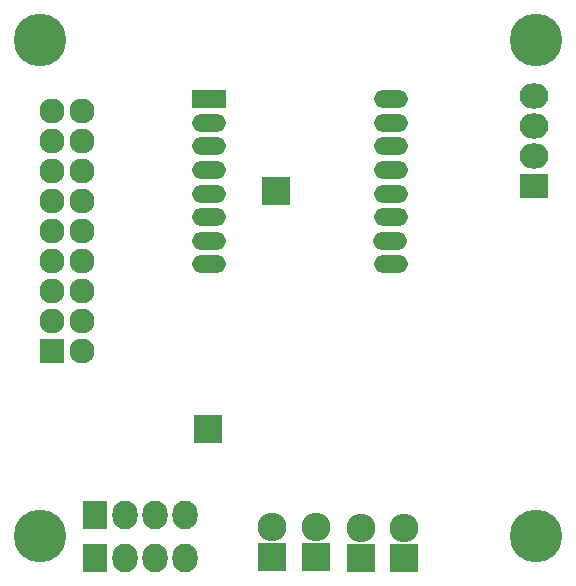
<source format=gbs>
G04 #@! TF.FileFunction,Soldermask,Bot*
%FSLAX46Y46*%
G04 Gerber Fmt 4.6, Leading zero omitted, Abs format (unit mm)*
G04 Created by KiCad (PCBNEW 4.0.5) date Sun Jan  1 21:38:31 2017*
%MOMM*%
%LPD*%
G01*
G04 APERTURE LIST*
%ADD10C,0.100000*%
%ADD11R,2.127200X2.127200*%
%ADD12O,2.127200X2.127200*%
%ADD13C,4.464000*%
%ADD14R,2.432000X2.127200*%
%ADD15O,2.432000X2.127200*%
%ADD16R,2.432000X2.432000*%
%ADD17O,2.432000X2.432000*%
%ADD18R,2.127200X2.432000*%
%ADD19O,2.127200X2.432000*%
%ADD20R,2.900000X1.500000*%
%ADD21O,2.900000X1.500000*%
%ADD22R,2.400000X2.400000*%
G04 APERTURE END LIST*
D10*
D11*
X130525000Y-100895000D03*
D12*
X133065000Y-100895000D03*
X130525000Y-98355000D03*
X133065000Y-98355000D03*
X130525000Y-95815000D03*
X133065000Y-95815000D03*
X130525000Y-93275000D03*
X133065000Y-93275000D03*
X130525000Y-90735000D03*
X133065000Y-90735000D03*
X130525000Y-88195000D03*
X133065000Y-88195000D03*
X130525000Y-85655000D03*
X133065000Y-85655000D03*
X130525000Y-83115000D03*
X133065000Y-83115000D03*
X130525000Y-80575000D03*
X133065000Y-80575000D03*
D13*
X129525000Y-116575000D03*
X171525000Y-74575000D03*
X171525000Y-116575000D03*
X129525000Y-74575000D03*
D14*
X171318333Y-86955000D03*
D15*
X171318333Y-84415000D03*
X171318333Y-81875000D03*
X171318333Y-79335000D03*
D16*
X156698598Y-118392069D03*
D17*
X156698598Y-115852069D03*
D16*
X149200000Y-118340000D03*
D17*
X149200000Y-115800000D03*
D16*
X152900000Y-118365000D03*
D17*
X152900000Y-115825000D03*
D16*
X160325000Y-118390000D03*
D17*
X160325000Y-115850000D03*
D18*
X134172576Y-118403680D03*
D19*
X136712576Y-118403680D03*
X139252576Y-118403680D03*
X141792576Y-118403680D03*
D18*
X134180000Y-114750000D03*
D19*
X136720000Y-114750000D03*
X139260000Y-114750000D03*
X141800000Y-114750000D03*
D20*
X143825000Y-79575000D03*
D21*
X143825000Y-81575000D03*
X143825000Y-83575000D03*
X143825000Y-85575000D03*
X143825000Y-87575000D03*
X143825000Y-89575000D03*
X143825000Y-91575000D03*
X143825000Y-93575000D03*
X159225000Y-93575000D03*
X159125000Y-91575000D03*
X159225000Y-89575000D03*
X159225000Y-87575000D03*
X159225000Y-85575000D03*
X159225000Y-83575000D03*
X159225000Y-81575000D03*
X159225000Y-79575000D03*
D22*
X149500000Y-87400000D03*
X143750000Y-107500000D03*
M02*

</source>
